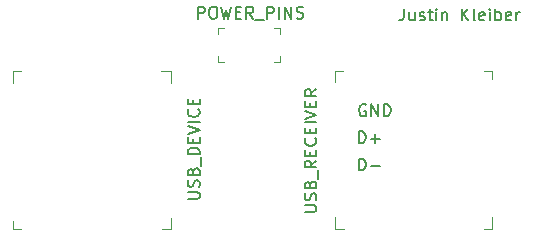
<source format=gbr>
G04 #@! TF.GenerationSoftware,KiCad,Pcbnew,5.1.2-f72e74a~84~ubuntu16.04.1*
G04 #@! TF.CreationDate,2019-07-14T00:58:29-04:00*
G04 #@! TF.ProjectId,usb-webcam-interface,7573622d-7765-4626-9361-6d2d696e7465,rev?*
G04 #@! TF.SameCoordinates,Original*
G04 #@! TF.FileFunction,Legend,Top*
G04 #@! TF.FilePolarity,Positive*
%FSLAX46Y46*%
G04 Gerber Fmt 4.6, Leading zero omitted, Abs format (unit mm)*
G04 Created by KiCad (PCBNEW 5.1.2-f72e74a~84~ubuntu16.04.1) date 2019-07-14 00:58:29*
%MOMM*%
%LPD*%
G04 APERTURE LIST*
%ADD10C,0.150000*%
%ADD11C,0.100000*%
G04 APERTURE END LIST*
D10*
X96909047Y-76652380D02*
X96909047Y-75652380D01*
X97147142Y-75652380D01*
X97290000Y-75700000D01*
X97385238Y-75795238D01*
X97432857Y-75890476D01*
X97480476Y-76080952D01*
X97480476Y-76223809D01*
X97432857Y-76414285D01*
X97385238Y-76509523D01*
X97290000Y-76604761D01*
X97147142Y-76652380D01*
X96909047Y-76652380D01*
X97909047Y-76271428D02*
X98670952Y-76271428D01*
X96909047Y-74362380D02*
X96909047Y-73362380D01*
X97147142Y-73362380D01*
X97290000Y-73410000D01*
X97385238Y-73505238D01*
X97432857Y-73600476D01*
X97480476Y-73790952D01*
X97480476Y-73933809D01*
X97432857Y-74124285D01*
X97385238Y-74219523D01*
X97290000Y-74314761D01*
X97147142Y-74362380D01*
X96909047Y-74362380D01*
X97909047Y-73981428D02*
X98670952Y-73981428D01*
X98290000Y-74362380D02*
X98290000Y-73600476D01*
X97498095Y-71120000D02*
X97402857Y-71072380D01*
X97260000Y-71072380D01*
X97117142Y-71120000D01*
X97021904Y-71215238D01*
X96974285Y-71310476D01*
X96926666Y-71500952D01*
X96926666Y-71643809D01*
X96974285Y-71834285D01*
X97021904Y-71929523D01*
X97117142Y-72024761D01*
X97260000Y-72072380D01*
X97355238Y-72072380D01*
X97498095Y-72024761D01*
X97545714Y-71977142D01*
X97545714Y-71643809D01*
X97355238Y-71643809D01*
X97974285Y-72072380D02*
X97974285Y-71072380D01*
X98545714Y-72072380D01*
X98545714Y-71072380D01*
X99021904Y-72072380D02*
X99021904Y-71072380D01*
X99260000Y-71072380D01*
X99402857Y-71120000D01*
X99498095Y-71215238D01*
X99545714Y-71310476D01*
X99593333Y-71500952D01*
X99593333Y-71643809D01*
X99545714Y-71834285D01*
X99498095Y-71929523D01*
X99402857Y-72024761D01*
X99260000Y-72072380D01*
X99021904Y-72072380D01*
X100719523Y-62952380D02*
X100719523Y-63666666D01*
X100671904Y-63809523D01*
X100576666Y-63904761D01*
X100433809Y-63952380D01*
X100338571Y-63952380D01*
X101624285Y-63285714D02*
X101624285Y-63952380D01*
X101195714Y-63285714D02*
X101195714Y-63809523D01*
X101243333Y-63904761D01*
X101338571Y-63952380D01*
X101481428Y-63952380D01*
X101576666Y-63904761D01*
X101624285Y-63857142D01*
X102052857Y-63904761D02*
X102148095Y-63952380D01*
X102338571Y-63952380D01*
X102433809Y-63904761D01*
X102481428Y-63809523D01*
X102481428Y-63761904D01*
X102433809Y-63666666D01*
X102338571Y-63619047D01*
X102195714Y-63619047D01*
X102100476Y-63571428D01*
X102052857Y-63476190D01*
X102052857Y-63428571D01*
X102100476Y-63333333D01*
X102195714Y-63285714D01*
X102338571Y-63285714D01*
X102433809Y-63333333D01*
X102767142Y-63285714D02*
X103148095Y-63285714D01*
X102910000Y-62952380D02*
X102910000Y-63809523D01*
X102957619Y-63904761D01*
X103052857Y-63952380D01*
X103148095Y-63952380D01*
X103481428Y-63952380D02*
X103481428Y-63285714D01*
X103481428Y-62952380D02*
X103433809Y-63000000D01*
X103481428Y-63047619D01*
X103529047Y-63000000D01*
X103481428Y-62952380D01*
X103481428Y-63047619D01*
X103957619Y-63285714D02*
X103957619Y-63952380D01*
X103957619Y-63380952D02*
X104005238Y-63333333D01*
X104100476Y-63285714D01*
X104243333Y-63285714D01*
X104338571Y-63333333D01*
X104386190Y-63428571D01*
X104386190Y-63952380D01*
X105624285Y-63952380D02*
X105624285Y-62952380D01*
X106195714Y-63952380D02*
X105767142Y-63380952D01*
X106195714Y-62952380D02*
X105624285Y-63523809D01*
X106767142Y-63952380D02*
X106671904Y-63904761D01*
X106624285Y-63809523D01*
X106624285Y-62952380D01*
X107529047Y-63904761D02*
X107433809Y-63952380D01*
X107243333Y-63952380D01*
X107148095Y-63904761D01*
X107100476Y-63809523D01*
X107100476Y-63428571D01*
X107148095Y-63333333D01*
X107243333Y-63285714D01*
X107433809Y-63285714D01*
X107529047Y-63333333D01*
X107576666Y-63428571D01*
X107576666Y-63523809D01*
X107100476Y-63619047D01*
X108005238Y-63952380D02*
X108005238Y-63285714D01*
X108005238Y-62952380D02*
X107957619Y-63000000D01*
X108005238Y-63047619D01*
X108052857Y-63000000D01*
X108005238Y-62952380D01*
X108005238Y-63047619D01*
X108481428Y-63952380D02*
X108481428Y-62952380D01*
X108481428Y-63333333D02*
X108576666Y-63285714D01*
X108767142Y-63285714D01*
X108862380Y-63333333D01*
X108910000Y-63380952D01*
X108957619Y-63476190D01*
X108957619Y-63761904D01*
X108910000Y-63857142D01*
X108862380Y-63904761D01*
X108767142Y-63952380D01*
X108576666Y-63952380D01*
X108481428Y-63904761D01*
X109767142Y-63904761D02*
X109671904Y-63952380D01*
X109481428Y-63952380D01*
X109386190Y-63904761D01*
X109338571Y-63809523D01*
X109338571Y-63428571D01*
X109386190Y-63333333D01*
X109481428Y-63285714D01*
X109671904Y-63285714D01*
X109767142Y-63333333D01*
X109814761Y-63428571D01*
X109814761Y-63523809D01*
X109338571Y-63619047D01*
X110243333Y-63952380D02*
X110243333Y-63285714D01*
X110243333Y-63476190D02*
X110290952Y-63380952D01*
X110338571Y-63333333D01*
X110433809Y-63285714D01*
X110529047Y-63285714D01*
D11*
X80985000Y-81605000D02*
X80260000Y-81605000D01*
X80985000Y-80655000D02*
X80985000Y-81605000D01*
X80985000Y-68255000D02*
X80185000Y-68255000D01*
X80985000Y-69280000D02*
X80985000Y-68255000D01*
X67655000Y-81605000D02*
X67655000Y-80905000D01*
X68305000Y-81605000D02*
X67655000Y-81605000D01*
X67655000Y-68255000D02*
X68330000Y-68255000D01*
X67655000Y-69230000D02*
X67655000Y-68255000D01*
X94855000Y-68255000D02*
X95580000Y-68255000D01*
X94855000Y-69205000D02*
X94855000Y-68255000D01*
X94855000Y-81605000D02*
X95655000Y-81605000D01*
X94855000Y-80580000D02*
X94855000Y-81605000D01*
X108185000Y-68255000D02*
X108185000Y-68955000D01*
X107535000Y-68255000D02*
X108185000Y-68255000D01*
X108185000Y-81605000D02*
X107510000Y-81605000D01*
X108185000Y-80630000D02*
X108185000Y-81605000D01*
X90260000Y-64640000D02*
X89760000Y-64640000D01*
X90260000Y-64640000D02*
X90260000Y-65140000D01*
X84960000Y-64640000D02*
X85460000Y-64640000D01*
X84960000Y-64640000D02*
X84960000Y-65140000D01*
X84960000Y-67440000D02*
X85460000Y-67440000D01*
X84960000Y-67440000D02*
X84960000Y-66940000D01*
X90260000Y-67440000D02*
X89760000Y-67440000D01*
X90260000Y-67440000D02*
X90260000Y-66940000D01*
D10*
X82427380Y-79069285D02*
X83236904Y-79069285D01*
X83332142Y-79021666D01*
X83379761Y-78974047D01*
X83427380Y-78878809D01*
X83427380Y-78688333D01*
X83379761Y-78593095D01*
X83332142Y-78545476D01*
X83236904Y-78497857D01*
X82427380Y-78497857D01*
X83379761Y-78069285D02*
X83427380Y-77926428D01*
X83427380Y-77688333D01*
X83379761Y-77593095D01*
X83332142Y-77545476D01*
X83236904Y-77497857D01*
X83141666Y-77497857D01*
X83046428Y-77545476D01*
X82998809Y-77593095D01*
X82951190Y-77688333D01*
X82903571Y-77878809D01*
X82855952Y-77974047D01*
X82808333Y-78021666D01*
X82713095Y-78069285D01*
X82617857Y-78069285D01*
X82522619Y-78021666D01*
X82475000Y-77974047D01*
X82427380Y-77878809D01*
X82427380Y-77640714D01*
X82475000Y-77497857D01*
X82903571Y-76735952D02*
X82951190Y-76593095D01*
X82998809Y-76545476D01*
X83094047Y-76497857D01*
X83236904Y-76497857D01*
X83332142Y-76545476D01*
X83379761Y-76593095D01*
X83427380Y-76688333D01*
X83427380Y-77069285D01*
X82427380Y-77069285D01*
X82427380Y-76735952D01*
X82475000Y-76640714D01*
X82522619Y-76593095D01*
X82617857Y-76545476D01*
X82713095Y-76545476D01*
X82808333Y-76593095D01*
X82855952Y-76640714D01*
X82903571Y-76735952D01*
X82903571Y-77069285D01*
X83522619Y-76307380D02*
X83522619Y-75545476D01*
X83427380Y-75307380D02*
X82427380Y-75307380D01*
X82427380Y-75069285D01*
X82475000Y-74926428D01*
X82570238Y-74831190D01*
X82665476Y-74783571D01*
X82855952Y-74735952D01*
X82998809Y-74735952D01*
X83189285Y-74783571D01*
X83284523Y-74831190D01*
X83379761Y-74926428D01*
X83427380Y-75069285D01*
X83427380Y-75307380D01*
X82903571Y-74307380D02*
X82903571Y-73974047D01*
X83427380Y-73831190D02*
X83427380Y-74307380D01*
X82427380Y-74307380D01*
X82427380Y-73831190D01*
X82427380Y-73545476D02*
X83427380Y-73212142D01*
X82427380Y-72878809D01*
X83427380Y-72545476D02*
X82427380Y-72545476D01*
X83332142Y-71497857D02*
X83379761Y-71545476D01*
X83427380Y-71688333D01*
X83427380Y-71783571D01*
X83379761Y-71926428D01*
X83284523Y-72021666D01*
X83189285Y-72069285D01*
X82998809Y-72116904D01*
X82855952Y-72116904D01*
X82665476Y-72069285D01*
X82570238Y-72021666D01*
X82475000Y-71926428D01*
X82427380Y-71783571D01*
X82427380Y-71688333D01*
X82475000Y-71545476D01*
X82522619Y-71497857D01*
X82903571Y-71069285D02*
X82903571Y-70735952D01*
X83427380Y-70593095D02*
X83427380Y-71069285D01*
X82427380Y-71069285D01*
X82427380Y-70593095D01*
X92317380Y-80171666D02*
X93126904Y-80171666D01*
X93222142Y-80124047D01*
X93269761Y-80076428D01*
X93317380Y-79981190D01*
X93317380Y-79790714D01*
X93269761Y-79695476D01*
X93222142Y-79647857D01*
X93126904Y-79600238D01*
X92317380Y-79600238D01*
X93269761Y-79171666D02*
X93317380Y-79028809D01*
X93317380Y-78790714D01*
X93269761Y-78695476D01*
X93222142Y-78647857D01*
X93126904Y-78600238D01*
X93031666Y-78600238D01*
X92936428Y-78647857D01*
X92888809Y-78695476D01*
X92841190Y-78790714D01*
X92793571Y-78981190D01*
X92745952Y-79076428D01*
X92698333Y-79124047D01*
X92603095Y-79171666D01*
X92507857Y-79171666D01*
X92412619Y-79124047D01*
X92365000Y-79076428D01*
X92317380Y-78981190D01*
X92317380Y-78743095D01*
X92365000Y-78600238D01*
X92793571Y-77838333D02*
X92841190Y-77695476D01*
X92888809Y-77647857D01*
X92984047Y-77600238D01*
X93126904Y-77600238D01*
X93222142Y-77647857D01*
X93269761Y-77695476D01*
X93317380Y-77790714D01*
X93317380Y-78171666D01*
X92317380Y-78171666D01*
X92317380Y-77838333D01*
X92365000Y-77743095D01*
X92412619Y-77695476D01*
X92507857Y-77647857D01*
X92603095Y-77647857D01*
X92698333Y-77695476D01*
X92745952Y-77743095D01*
X92793571Y-77838333D01*
X92793571Y-78171666D01*
X93412619Y-77409761D02*
X93412619Y-76647857D01*
X93317380Y-75838333D02*
X92841190Y-76171666D01*
X93317380Y-76409761D02*
X92317380Y-76409761D01*
X92317380Y-76028809D01*
X92365000Y-75933571D01*
X92412619Y-75885952D01*
X92507857Y-75838333D01*
X92650714Y-75838333D01*
X92745952Y-75885952D01*
X92793571Y-75933571D01*
X92841190Y-76028809D01*
X92841190Y-76409761D01*
X92793571Y-75409761D02*
X92793571Y-75076428D01*
X93317380Y-74933571D02*
X93317380Y-75409761D01*
X92317380Y-75409761D01*
X92317380Y-74933571D01*
X93222142Y-73933571D02*
X93269761Y-73981190D01*
X93317380Y-74124047D01*
X93317380Y-74219285D01*
X93269761Y-74362142D01*
X93174523Y-74457380D01*
X93079285Y-74505000D01*
X92888809Y-74552619D01*
X92745952Y-74552619D01*
X92555476Y-74505000D01*
X92460238Y-74457380D01*
X92365000Y-74362142D01*
X92317380Y-74219285D01*
X92317380Y-74124047D01*
X92365000Y-73981190D01*
X92412619Y-73933571D01*
X92793571Y-73505000D02*
X92793571Y-73171666D01*
X93317380Y-73028809D02*
X93317380Y-73505000D01*
X92317380Y-73505000D01*
X92317380Y-73028809D01*
X93317380Y-72600238D02*
X92317380Y-72600238D01*
X92317380Y-72266904D02*
X93317380Y-71933571D01*
X92317380Y-71600238D01*
X92793571Y-71266904D02*
X92793571Y-70933571D01*
X93317380Y-70790714D02*
X93317380Y-71266904D01*
X92317380Y-71266904D01*
X92317380Y-70790714D01*
X93317380Y-69790714D02*
X92841190Y-70124047D01*
X93317380Y-70362142D02*
X92317380Y-70362142D01*
X92317380Y-69981190D01*
X92365000Y-69885952D01*
X92412619Y-69838333D01*
X92507857Y-69790714D01*
X92650714Y-69790714D01*
X92745952Y-69838333D01*
X92793571Y-69885952D01*
X92841190Y-69981190D01*
X92841190Y-70362142D01*
X83301428Y-63802380D02*
X83301428Y-62802380D01*
X83682380Y-62802380D01*
X83777619Y-62850000D01*
X83825238Y-62897619D01*
X83872857Y-62992857D01*
X83872857Y-63135714D01*
X83825238Y-63230952D01*
X83777619Y-63278571D01*
X83682380Y-63326190D01*
X83301428Y-63326190D01*
X84491904Y-62802380D02*
X84682380Y-62802380D01*
X84777619Y-62850000D01*
X84872857Y-62945238D01*
X84920476Y-63135714D01*
X84920476Y-63469047D01*
X84872857Y-63659523D01*
X84777619Y-63754761D01*
X84682380Y-63802380D01*
X84491904Y-63802380D01*
X84396666Y-63754761D01*
X84301428Y-63659523D01*
X84253809Y-63469047D01*
X84253809Y-63135714D01*
X84301428Y-62945238D01*
X84396666Y-62850000D01*
X84491904Y-62802380D01*
X85253809Y-62802380D02*
X85491904Y-63802380D01*
X85682380Y-63088095D01*
X85872857Y-63802380D01*
X86110952Y-62802380D01*
X86491904Y-63278571D02*
X86825238Y-63278571D01*
X86968095Y-63802380D02*
X86491904Y-63802380D01*
X86491904Y-62802380D01*
X86968095Y-62802380D01*
X87968095Y-63802380D02*
X87634761Y-63326190D01*
X87396666Y-63802380D02*
X87396666Y-62802380D01*
X87777619Y-62802380D01*
X87872857Y-62850000D01*
X87920476Y-62897619D01*
X87968095Y-62992857D01*
X87968095Y-63135714D01*
X87920476Y-63230952D01*
X87872857Y-63278571D01*
X87777619Y-63326190D01*
X87396666Y-63326190D01*
X88158571Y-63897619D02*
X88920476Y-63897619D01*
X89158571Y-63802380D02*
X89158571Y-62802380D01*
X89539523Y-62802380D01*
X89634761Y-62850000D01*
X89682380Y-62897619D01*
X89730000Y-62992857D01*
X89730000Y-63135714D01*
X89682380Y-63230952D01*
X89634761Y-63278571D01*
X89539523Y-63326190D01*
X89158571Y-63326190D01*
X90158571Y-63802380D02*
X90158571Y-62802380D01*
X90634761Y-63802380D02*
X90634761Y-62802380D01*
X91206190Y-63802380D01*
X91206190Y-62802380D01*
X91634761Y-63754761D02*
X91777619Y-63802380D01*
X92015714Y-63802380D01*
X92110952Y-63754761D01*
X92158571Y-63707142D01*
X92206190Y-63611904D01*
X92206190Y-63516666D01*
X92158571Y-63421428D01*
X92110952Y-63373809D01*
X92015714Y-63326190D01*
X91825238Y-63278571D01*
X91730000Y-63230952D01*
X91682380Y-63183333D01*
X91634761Y-63088095D01*
X91634761Y-62992857D01*
X91682380Y-62897619D01*
X91730000Y-62850000D01*
X91825238Y-62802380D01*
X92063333Y-62802380D01*
X92206190Y-62850000D01*
M02*

</source>
